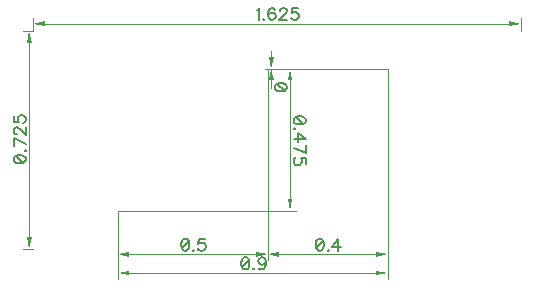
<source format=gbr>
G04 DipTrace Beta 2.9.0.1*
G04 TopDimension.gbr*
%MOIN*%
G04 #@! TF.FileFunction,Drawing,Top*
G04 #@! TF.Part,Single*
%ADD13C,0.001378*%
%ADD43C,0.006176*%
%FSLAX26Y26*%
G04*
G70*
G90*
G75*
G01*
G04 TopDimension*
%LPD*%
X1175580Y1000755D2*
D13*
X1270025D1*
X675580Y525755D2*
X1270025D1*
X1250340Y763255D2*
Y961385D1*
G36*
Y1000755D2*
X1258214Y961385D1*
X1242466D1*
X1250340Y1000755D1*
G37*
Y763255D2*
D13*
Y565125D1*
G36*
Y525755D2*
X1242466Y565125D1*
X1258214D1*
X1250340Y525755D1*
G37*
X394000Y1125327D2*
D13*
X361814D1*
X394000Y400251D2*
X361814D1*
X381499Y762789D2*
Y1085957D1*
G36*
Y1125327D2*
X389373Y1085957D1*
X373625D1*
X381499Y1125327D1*
G37*
Y762789D2*
D13*
Y439621D1*
G36*
Y400251D2*
X373625Y439621D1*
X389373D1*
X381499Y400251D1*
G37*
X675580Y525755D2*
D13*
Y299307D1*
X1575580Y1000755D2*
Y299307D1*
X1125580Y318992D2*
X714950D1*
G36*
X675580D2*
X714950Y326866D1*
Y311118D1*
X675580Y318992D1*
G37*
X1125580D2*
D13*
X1536210D1*
G36*
X1575580D2*
X1536210Y311118D1*
Y326866D1*
X1575580Y318992D1*
G37*
X1175580Y1000755D2*
D13*
Y361814D1*
X675580Y525755D2*
Y361814D1*
X925580Y381499D2*
X1136210D1*
G36*
X1175580D2*
X1136210Y373625D1*
Y389373D1*
X1175580Y381499D1*
G37*
X925580D2*
D13*
X714950D1*
G36*
X675580D2*
X714950Y389373D1*
Y373625D1*
X675580Y381499D1*
G37*
X1175580Y1000755D2*
D13*
Y361814D1*
X1575580Y1000755D2*
Y361814D1*
X1375580Y381499D2*
X1214950D1*
G36*
X1175580D2*
X1214950Y389373D1*
Y373625D1*
X1175580Y381499D1*
G37*
X1375580D2*
D13*
X1536210D1*
G36*
X1575580D2*
X1536210Y373625D1*
Y389373D1*
X1575580Y381499D1*
G37*
X394000Y1125327D2*
D13*
Y1170014D1*
X2019171Y1125327D2*
Y1170014D1*
X1206585Y1150329D2*
X433370D1*
G36*
X394000D2*
X433370Y1158203D1*
Y1142455D1*
X394000Y1150329D1*
G37*
X1206585D2*
D13*
X1979801D1*
G36*
X2019171D2*
X1979801Y1142455D1*
Y1158203D1*
X2019171Y1150329D1*
G37*
X1175580Y1000755D2*
D13*
X1207518D1*
X1575580D2*
X1168148D1*
X1187833D2*
D3*
Y1059810D2*
Y1040125D1*
G36*
Y1000755D2*
X1179959Y1040125D1*
X1195707D1*
X1187833Y1000755D1*
G37*
Y941699D2*
D13*
Y961385D1*
G36*
Y1000755D2*
X1195707Y961385D1*
X1179959D1*
X1187833Y1000755D1*
G37*
Y934590D2*
D13*
Y1000755D1*
X1302698Y829837D2*
D43*
X1300797Y835585D1*
X1295049Y839432D1*
X1285499Y841333D1*
X1279751D1*
X1270200Y839432D1*
X1264452Y835585D1*
X1262551Y829837D1*
Y826034D1*
X1264452Y820286D1*
X1270200Y816484D1*
X1279751Y814538D1*
X1285499D1*
X1295049Y816484D1*
X1300797Y820286D1*
X1302698Y826034D1*
Y829837D1*
X1295049Y816484D2*
X1270200Y839432D1*
X1266397Y800286D2*
X1264452Y802187D1*
X1262551Y800286D1*
X1264452Y798340D1*
X1266397Y800286D1*
X1262551Y766843D2*
X1302698D1*
X1275948Y785989D1*
Y757293D1*
X1262551Y737292D2*
X1302698Y718147D1*
Y744941D1*
Y682847D2*
Y701949D1*
X1285499Y703850D1*
X1287400Y701949D1*
X1289345Y696200D1*
Y690497D1*
X1287400Y684749D1*
X1283597Y680902D1*
X1277849Y679001D1*
X1274047D1*
X1268299Y680902D1*
X1264452Y684749D1*
X1262551Y690497D1*
Y696200D1*
X1264452Y701949D1*
X1266397Y703850D1*
X1270200Y705795D1*
X329140Y697157D2*
X331041Y691409D1*
X336789Y687562D1*
X346340Y685661D1*
X352088D1*
X361639Y687562D1*
X367387Y691409D1*
X369288Y697157D1*
Y700960D1*
X367387Y706708D1*
X361639Y710510D1*
X352088Y712456D1*
X346340D1*
X336789Y710510D1*
X331041Y706708D1*
X329140Y700960D1*
Y697157D1*
X336789Y710510D2*
X361639Y687562D1*
X365441Y726708D2*
X367387Y724807D1*
X369288Y726708D1*
X367387Y728654D1*
X365441Y726708D1*
X369288Y748655D2*
X329140Y767800D1*
Y741005D1*
X338691Y782097D2*
X336789D1*
X332943Y783998D1*
X331041Y785899D1*
X329140Y789746D1*
Y797395D1*
X331041Y801198D1*
X332943Y803099D1*
X336789Y805045D1*
X340592D1*
X344439Y803099D1*
X350143Y799297D1*
X369288Y780151D1*
Y806946D1*
X329140Y842245D2*
Y823144D1*
X346340Y821243D1*
X344439Y823144D1*
X342493Y828892D1*
Y834596D1*
X344439Y840344D1*
X348241Y844191D1*
X353989Y846092D1*
X357792D1*
X363540Y844191D1*
X367387Y840344D1*
X369288Y834596D1*
Y828892D1*
X367387Y823144D1*
X365441Y821243D1*
X361639Y819297D1*
X1100045Y371351D2*
X1094297Y369449D1*
X1090450Y363701D1*
X1088549Y354151D1*
Y348403D1*
X1090450Y338852D1*
X1094297Y333104D1*
X1100045Y331203D1*
X1103848D1*
X1109596Y333104D1*
X1113398Y338852D1*
X1115344Y348403D1*
Y354151D1*
X1113398Y363701D1*
X1109596Y369449D1*
X1103848Y371351D1*
X1100045D1*
X1113398Y363701D2*
X1090450Y338852D1*
X1129596Y335050D2*
X1127695Y333104D1*
X1129596Y331203D1*
X1131542Y333104D1*
X1129596Y335050D1*
X1168787Y357998D2*
X1166841Y352250D1*
X1163039Y348403D1*
X1157291Y346501D1*
X1155389D1*
X1149641Y348403D1*
X1145839Y352250D1*
X1143893Y357998D1*
Y359899D1*
X1145839Y365647D1*
X1149641Y369449D1*
X1155389Y371351D1*
X1157291D1*
X1163039Y369449D1*
X1166841Y365647D1*
X1168787Y357998D1*
Y348403D1*
X1166841Y338852D1*
X1163039Y333104D1*
X1157291Y331203D1*
X1153488D1*
X1147740Y333104D1*
X1145839Y336951D1*
X899095Y433857D2*
X893346Y431956D1*
X889500Y426208D1*
X887598Y416657D1*
Y410909D1*
X889500Y401359D1*
X893346Y395611D1*
X899095Y393709D1*
X902897D1*
X908645Y395611D1*
X912448Y401359D1*
X914393Y410909D1*
Y416657D1*
X912448Y426208D1*
X908645Y431956D1*
X902897Y433857D1*
X899095D1*
X912448Y426208D2*
X889500Y401359D1*
X928646Y397556D2*
X926745Y395611D1*
X928646Y393709D1*
X930591Y395611D1*
X928646Y397556D1*
X965891Y433857D2*
X946789D1*
X944888Y416657D1*
X946789Y418559D1*
X952537Y420504D1*
X958241D1*
X963989Y418559D1*
X967836Y414756D1*
X969737Y409008D1*
Y405206D1*
X967836Y399457D1*
X963989Y395611D1*
X958241Y393709D1*
X952537D1*
X946789Y395611D1*
X944888Y397556D1*
X942943Y401359D1*
X1348144Y433857D2*
X1342396Y431956D1*
X1338549Y426208D1*
X1336648Y416657D1*
Y410909D1*
X1338549Y401359D1*
X1342396Y395611D1*
X1348144Y393709D1*
X1351946D1*
X1357694Y395611D1*
X1361497Y401359D1*
X1363442Y410909D1*
Y416657D1*
X1361497Y426208D1*
X1357694Y431956D1*
X1351946Y433857D1*
X1348144D1*
X1361497Y426208D2*
X1338549Y401359D1*
X1377695Y397556D2*
X1375794Y395611D1*
X1377695Y393709D1*
X1379641Y395611D1*
X1377695Y397556D1*
X1411137Y393709D2*
Y433857D1*
X1391992Y407107D1*
X1420688D1*
X1139030Y1195039D2*
X1142877Y1196984D1*
X1148625Y1202688D1*
Y1162540D1*
X1162878Y1166387D2*
X1160977Y1164441D1*
X1162878Y1162540D1*
X1164823Y1164441D1*
X1162878Y1166387D1*
X1200123Y1196984D2*
X1198221Y1200787D1*
X1192473Y1202688D1*
X1188671D1*
X1182923Y1200787D1*
X1179076Y1195039D1*
X1177175Y1185488D1*
Y1175937D1*
X1179076Y1168288D1*
X1182923Y1164441D1*
X1188671Y1162540D1*
X1190572D1*
X1196276Y1164441D1*
X1200123Y1168288D1*
X1202024Y1174036D1*
Y1175937D1*
X1200123Y1181686D1*
X1196276Y1185488D1*
X1190572Y1187389D1*
X1188671D1*
X1182923Y1185488D1*
X1179076Y1181686D1*
X1177175Y1175937D1*
X1216321Y1193137D2*
Y1195039D1*
X1218222Y1198885D1*
X1220123Y1200787D1*
X1223970Y1202688D1*
X1231619D1*
X1235422Y1200787D1*
X1237323Y1198885D1*
X1239269Y1195039D1*
Y1191236D1*
X1237323Y1187389D1*
X1233521Y1181686D1*
X1214375Y1162540D1*
X1241170D1*
X1276469Y1202688D2*
X1257368D1*
X1255467Y1185488D1*
X1257368Y1187389D1*
X1263116Y1189335D1*
X1268820D1*
X1274568Y1187389D1*
X1278415Y1183587D1*
X1280316Y1177839D1*
Y1174036D1*
X1278415Y1168288D1*
X1274568Y1164441D1*
X1268820Y1162540D1*
X1263116D1*
X1257368Y1164441D1*
X1255467Y1166387D1*
X1253521Y1170189D1*
X1240192Y940625D2*
X1238291Y946373D1*
X1232543Y950220D1*
X1222992Y952121D1*
X1217244D1*
X1207693Y950220D1*
X1201945Y946373D1*
X1200044Y940625D1*
Y936822D1*
X1201945Y931074D1*
X1207693Y927272D1*
X1217244Y925326D1*
X1222992D1*
X1232543Y927272D1*
X1238291Y931074D1*
X1240192Y936822D1*
Y940625D1*
X1232543Y927272D2*
X1207693Y950220D1*
M02*

</source>
